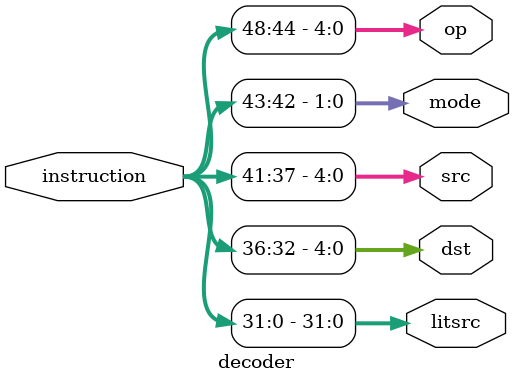
<source format=v>
`timescale 1ns / 1ps

/*
Name: Silas Rodriguez
R-Number: R-11679913
Assignment: Project 5
*/

module decoder(
    input [48:0] instruction,
    output wire [31:0] litsrc,
    output wire [4:0] dst,
    output wire [4:0] src,
    output wire [1:0] mode,
    output wire [4:0] op
);

    /*
    All the instruction decoder needs to do is take incoming instructions 
    and pass them to the data path on seperate busses to be handled.
    */
    assign op = instruction[48:44];
    assign mode = instruction[43:42];
    assign src = instruction[41:37];
    assign dst = instruction[36:32];
    assign litsrc = instruction[31:0];
    
    /*
        Immediately, all instructions are going to pipeline registers to be executed properly
        op -> Eventually ALU so that the ALU executes the operation
        mode -> MUX right before ALU and after in order to pass allow the correct data into the ALU on A and B bus
                and store to the correct address
        src -> register file to get the select register
        dst -> register file / POST ALU mux to store outputs to right location
        litsrc ->  generate this number in Hex, and register file, a mux will select which to use.
    */
endmodule

</source>
